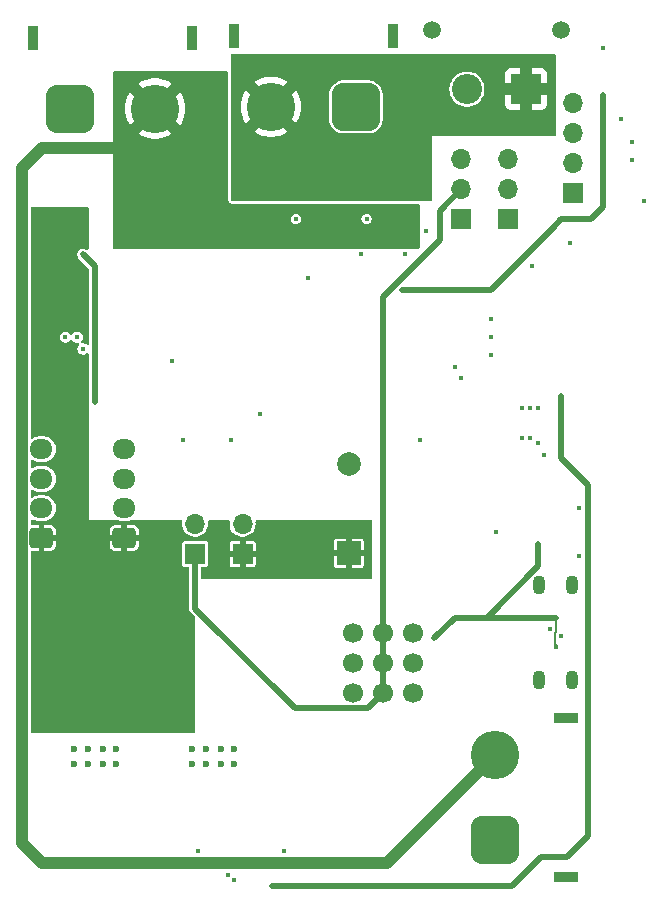
<source format=gbr>
%TF.GenerationSoftware,KiCad,Pcbnew,8.0.2-1*%
%TF.CreationDate,2024-11-11T16:17:41-08:00*%
%TF.ProjectId,Main_Board_V2,4d61696e-5f42-46f6-9172-645f56322e6b,rev?*%
%TF.SameCoordinates,Original*%
%TF.FileFunction,Copper,L3,Inr*%
%TF.FilePolarity,Positive*%
%FSLAX46Y46*%
G04 Gerber Fmt 4.6, Leading zero omitted, Abs format (unit mm)*
G04 Created by KiCad (PCBNEW 8.0.2-1) date 2024-11-11 16:17:41*
%MOMM*%
%LPD*%
G01*
G04 APERTURE LIST*
G04 Aperture macros list*
%AMRoundRect*
0 Rectangle with rounded corners*
0 $1 Rounding radius*
0 $2 $3 $4 $5 $6 $7 $8 $9 X,Y pos of 4 corners*
0 Add a 4 corners polygon primitive as box body*
4,1,4,$2,$3,$4,$5,$6,$7,$8,$9,$2,$3,0*
0 Add four circle primitives for the rounded corners*
1,1,$1+$1,$2,$3*
1,1,$1+$1,$4,$5*
1,1,$1+$1,$6,$7*
1,1,$1+$1,$8,$9*
0 Add four rect primitives between the rounded corners*
20,1,$1+$1,$2,$3,$4,$5,0*
20,1,$1+$1,$4,$5,$6,$7,0*
20,1,$1+$1,$6,$7,$8,$9,0*
20,1,$1+$1,$8,$9,$2,$3,0*%
G04 Aperture macros list end*
%TA.AperFunction,ComponentPad*%
%ADD10R,2.000000X2.000000*%
%TD*%
%TA.AperFunction,ComponentPad*%
%ADD11C,2.000000*%
%TD*%
%TA.AperFunction,ComponentPad*%
%ADD12C,1.508000*%
%TD*%
%TA.AperFunction,ComponentPad*%
%ADD13R,2.550000X2.550000*%
%TD*%
%TA.AperFunction,ComponentPad*%
%ADD14C,2.550000*%
%TD*%
%TA.AperFunction,ComponentPad*%
%ADD15C,1.700000*%
%TD*%
%TA.AperFunction,ComponentPad*%
%ADD16R,0.900000X2.000000*%
%TD*%
%TA.AperFunction,ComponentPad*%
%ADD17RoundRect,1.025000X-1.025000X-1.025000X1.025000X-1.025000X1.025000X1.025000X-1.025000X1.025000X0*%
%TD*%
%TA.AperFunction,ComponentPad*%
%ADD18C,4.100000*%
%TD*%
%TA.AperFunction,ComponentPad*%
%ADD19O,1.100000X1.600000*%
%TD*%
%TA.AperFunction,ComponentPad*%
%ADD20R,1.700000X1.700000*%
%TD*%
%TA.AperFunction,ComponentPad*%
%ADD21O,1.700000X1.700000*%
%TD*%
%TA.AperFunction,ComponentPad*%
%ADD22R,2.000000X0.900000*%
%TD*%
%TA.AperFunction,ComponentPad*%
%ADD23RoundRect,1.025000X-1.025000X1.025000X-1.025000X-1.025000X1.025000X-1.025000X1.025000X1.025000X0*%
%TD*%
%TA.AperFunction,ComponentPad*%
%ADD24C,0.600000*%
%TD*%
%TA.AperFunction,ComponentPad*%
%ADD25RoundRect,0.250000X0.725000X-0.600000X0.725000X0.600000X-0.725000X0.600000X-0.725000X-0.600000X0*%
%TD*%
%TA.AperFunction,ComponentPad*%
%ADD26O,1.950000X1.700000*%
%TD*%
%TA.AperFunction,ViaPad*%
%ADD27C,0.450000*%
%TD*%
%TA.AperFunction,Conductor*%
%ADD28C,0.500000*%
%TD*%
%TA.AperFunction,Conductor*%
%ADD29C,0.200000*%
%TD*%
%TA.AperFunction,Conductor*%
%ADD30C,1.000000*%
%TD*%
G04 APERTURE END LIST*
D10*
%TO.N,+17V_SW*%
%TO.C,BZ3*%
X129000000Y-95800000D03*
D11*
%TO.N,unconnected-(Q8-D-Pad3)*%
X129000000Y-88200000D03*
%TD*%
D12*
%TO.N,*%
%TO.C,J1*%
X136000000Y-51500000D03*
X147000000Y-51500000D03*
D13*
%TO.N,+17V_SW*%
X144000000Y-56500000D03*
D14*
%TO.N,GND*%
X139000000Y-56500000D03*
%TD*%
D15*
%TO.N,GND*%
%TO.C,U10*%
X134420000Y-102519492D03*
X134420000Y-105059492D03*
X134420000Y-107599492D03*
%TO.N,+6V*%
X131880000Y-102519492D03*
X131880000Y-105059492D03*
X131880000Y-107599492D03*
%TO.N,unconnected-(U10-CH1-Pad7)*%
X129340000Y-102519492D03*
%TO.N,/Drive System/STEERING_RECEIVER*%
X129340000Y-105059492D03*
%TO.N,/Drive System/THROTTLE_RECEIVER*%
X129340000Y-107599492D03*
%TD*%
D16*
%TO.N,*%
%TO.C,J4*%
X102250000Y-52150000D03*
X115750000Y-52150000D03*
D17*
%TO.N,GND*%
X105400000Y-58150000D03*
D18*
%TO.N,+17V*%
X112600000Y-58150000D03*
%TD*%
D19*
%TO.N,GND*%
%TO.C,J13*%
X145070000Y-106500000D03*
X145070000Y-98500000D03*
X147930000Y-106500000D03*
X147930000Y-98500000D03*
%TD*%
D16*
%TO.N,*%
%TO.C,J8*%
X119250000Y-52000000D03*
X132750000Y-52000000D03*
D17*
%TO.N,GND*%
X129600000Y-58000000D03*
D18*
%TO.N,+17V_SW*%
X122400000Y-58000000D03*
%TD*%
D20*
%TO.N,/PWR & USB/ON*%
%TO.C,J5*%
X148000000Y-65300000D03*
D21*
%TO.N,GND*%
X148000000Y-62760000D03*
%TO.N,/ESP32/PWRBUT*%
X148000000Y-60220000D03*
%TO.N,GND*%
X148000000Y-57680000D03*
%TD*%
D22*
%TO.N,*%
%TO.C,J6*%
X147350000Y-109750000D03*
X147350000Y-123250000D03*
D23*
%TO.N,GND*%
X141350000Y-120100000D03*
D18*
%TO.N,+17V*%
X141350000Y-112900000D03*
%TD*%
D20*
%TO.N,+17V_SW*%
%TO.C,M2*%
X120000000Y-95837500D03*
D21*
%TO.N,Net-(M2--)*%
X120000000Y-93297500D03*
%TD*%
D20*
%TO.N,/Drive System/THROTTLE_RECEIVER*%
%TO.C,J7*%
X138500000Y-67540000D03*
D21*
%TO.N,+6V*%
X138500000Y-65000000D03*
%TO.N,GND*%
X138500000Y-62460000D03*
%TD*%
D20*
%TO.N,/Drive System/STEERING_RECEIVER*%
%TO.C,J2*%
X142500000Y-67540000D03*
D21*
%TO.N,unconnected-(J2-Pin_2-Pad2)*%
X142500000Y-65000000D03*
%TO.N,GND*%
X142500000Y-62460000D03*
%TD*%
D24*
%TO.N,GND*%
%TO.C,U8*%
X115700000Y-113600000D03*
X116900000Y-113600000D03*
X118200000Y-113600000D03*
X119300000Y-113600000D03*
X115700000Y-112400000D03*
X116900000Y-112400000D03*
X118200000Y-112400000D03*
X119300000Y-112400000D03*
%TD*%
D25*
%TO.N,+17V_SW*%
%TO.C,J3*%
X102975000Y-94500000D03*
D26*
%TO.N,Net-(J3-Pin_2)*%
X102975000Y-92000000D03*
%TO.N,/ESP32/LED_SIG_FRONT*%
X102975000Y-89500000D03*
%TO.N,GND*%
X102975000Y-87000000D03*
%TD*%
D24*
%TO.N,GND*%
%TO.C,U7*%
X105700000Y-113600000D03*
X106900000Y-113600000D03*
X108200000Y-113600000D03*
X109300000Y-113600000D03*
X105700000Y-112400000D03*
X106900000Y-112400000D03*
X108200000Y-112400000D03*
X109300000Y-112400000D03*
%TD*%
D25*
%TO.N,+17V_SW*%
%TO.C,J12*%
X109975000Y-94500000D03*
D26*
%TO.N,Net-(J12-Pin_2)*%
X109975000Y-92000000D03*
%TO.N,/ESP32/LED_SIG_REAR*%
X109975000Y-89500000D03*
%TO.N,GND*%
X109975000Y-87000000D03*
%TD*%
D20*
%TO.N,+6V*%
%TO.C,M3*%
X116000000Y-95837500D03*
D21*
%TO.N,Net-(M3--)*%
X116000000Y-93297500D03*
%TD*%
D27*
%TO.N,/PWR & USB/ON*%
X135500000Y-68500000D03*
X130000000Y-70500000D03*
X130500000Y-67500000D03*
X124500000Y-67500000D03*
%TO.N,/Drive System/STEERING_RECEIVER*%
X138500000Y-81000000D03*
%TO.N,GND*%
X106500000Y-78500000D03*
X141000000Y-76000000D03*
X105000000Y-77500000D03*
X118750000Y-123000000D03*
X147750000Y-69500000D03*
X133750000Y-70500000D03*
X141000000Y-79000000D03*
X154000000Y-66000000D03*
X148500000Y-96000000D03*
X135000000Y-86250000D03*
X141000000Y-77500000D03*
X119000000Y-86250000D03*
X115000000Y-86250000D03*
X150500000Y-53000000D03*
X141500000Y-94000000D03*
X152000000Y-59000000D03*
X114000000Y-79500000D03*
X125500000Y-72500000D03*
X119250000Y-123500000D03*
X148500000Y-92000000D03*
X121500000Y-84000000D03*
X145525000Y-87490000D03*
X106000000Y-77500000D03*
%TO.N,+3V3*%
X150500000Y-57000000D03*
X122500000Y-124000000D03*
X147000000Y-86500000D03*
X147000000Y-67500000D03*
X133500000Y-73500000D03*
X146925000Y-82500000D03*
%TO.N,+5V*%
X146500000Y-101250000D03*
X106500000Y-70500000D03*
X146500000Y-103750000D03*
X136250000Y-103000000D03*
X145000000Y-95000000D03*
X107500000Y-83000000D03*
%TO.N,+17V*%
X115000000Y-63000000D03*
X112000000Y-67500000D03*
X110500000Y-69000000D03*
X112000000Y-66000000D03*
X115000000Y-69000000D03*
X112000000Y-64500000D03*
X118000000Y-67500000D03*
X113500000Y-67500000D03*
X116500000Y-69000000D03*
X116500000Y-64500000D03*
X110500000Y-67500000D03*
X115000000Y-67500000D03*
X113500000Y-66000000D03*
X121000000Y-69000000D03*
X129500000Y-69000000D03*
X133000000Y-69000000D03*
X115000000Y-64500000D03*
X118000000Y-63000000D03*
X110500000Y-63000000D03*
X116500000Y-67500000D03*
X128500000Y-69000000D03*
X115000000Y-66000000D03*
X127000000Y-69000000D03*
X118000000Y-66000000D03*
X125500000Y-69000000D03*
X113500000Y-69000000D03*
X119500000Y-69000000D03*
X113500000Y-63000000D03*
X124000000Y-69000000D03*
X116500000Y-63000000D03*
X131500000Y-69000000D03*
X110500000Y-66000000D03*
X112000000Y-69000000D03*
X118000000Y-69000000D03*
X118000000Y-64500000D03*
X122500000Y-69000000D03*
X116500000Y-66000000D03*
X112000000Y-63000000D03*
X113500000Y-64500000D03*
%TO.N,/Drive System/THROTTLE_RECEIVER*%
X137969668Y-80030332D03*
%TO.N,/ESP32/DN*%
X144350000Y-86000000D03*
X146000000Y-102225000D03*
X144349996Y-83496852D03*
X146997102Y-102775000D03*
%TO.N,/ESP32/DP*%
X143650000Y-86000000D03*
X143700001Y-83500000D03*
%TO.N,/ESP32/PWRBUT*%
X144500000Y-71500000D03*
%TO.N,+17V_SW*%
X135000000Y-64500000D03*
X126000000Y-64500000D03*
X135000000Y-62500000D03*
X126000000Y-63500000D03*
X127500000Y-65500000D03*
X105000000Y-109000000D03*
X104000000Y-69000000D03*
X126000000Y-65500000D03*
X113500000Y-109000000D03*
X105500000Y-69000000D03*
X127500000Y-63500000D03*
X129000000Y-63500000D03*
X133500000Y-64500000D03*
X133500000Y-63500000D03*
X121500000Y-62500000D03*
X135000000Y-65500000D03*
X127500000Y-62500000D03*
X132000000Y-62500000D03*
X127500000Y-64500000D03*
X104000000Y-68000000D03*
X132000000Y-64500000D03*
X105500000Y-108000000D03*
X123000000Y-64500000D03*
X135000000Y-63500000D03*
X102500000Y-68000000D03*
X115000000Y-109000000D03*
X115500000Y-108000000D03*
X133500000Y-65500000D03*
X129000000Y-65500000D03*
X121500000Y-64500000D03*
X103500000Y-109000000D03*
X123000000Y-62500000D03*
X129000000Y-64500000D03*
X105500000Y-68000000D03*
X132000000Y-65500000D03*
X132000000Y-63500000D03*
X123000000Y-65500000D03*
X102500000Y-67000000D03*
X120000000Y-64500000D03*
X121500000Y-65500000D03*
X120000000Y-62500000D03*
X102500000Y-69000000D03*
X126000000Y-62500000D03*
X104000000Y-67000000D03*
X123000000Y-63500000D03*
X120000000Y-63500000D03*
X121500000Y-63500000D03*
X133500000Y-62500000D03*
X120000000Y-65500000D03*
X129000000Y-62500000D03*
%TO.N,/ESP32/ADXL_SCL*%
X123500000Y-121000000D03*
X116250000Y-120990000D03*
%TO.N,/ESP32/ONBOARD_LED_SIG*%
X153000000Y-62500000D03*
X153000000Y-61000000D03*
%TO.N,Net-(U1-IO0{slash}BOOT)*%
X144999991Y-83500126D03*
X144975000Y-86500000D03*
%TD*%
D28*
%TO.N,+3V3*%
X142800000Y-124000000D02*
X145300000Y-121500000D01*
X150500000Y-66500000D02*
X149500000Y-67500000D01*
X146990000Y-86490000D02*
X146990000Y-86350000D01*
X146925000Y-86285000D02*
X146925000Y-82500000D01*
X149250000Y-119750000D02*
X149250000Y-90000000D01*
X149250000Y-90000000D02*
X146990000Y-87740000D01*
X147000000Y-67500000D02*
X146270000Y-68230000D01*
X133500000Y-73500000D02*
X141020000Y-73500000D01*
X141020000Y-73500000D02*
X146270000Y-68250000D01*
X122500000Y-124000000D02*
X142800000Y-124000000D01*
X146990000Y-87740000D02*
X146990000Y-86510000D01*
X147500000Y-121500000D02*
X149250000Y-119750000D01*
X150500000Y-57000000D02*
X150500000Y-66500000D01*
X146990000Y-86350000D02*
X146925000Y-86285000D01*
X146990000Y-86510000D02*
X147000000Y-86500000D01*
X145300000Y-121500000D02*
X147500000Y-121500000D01*
X149500000Y-67500000D02*
X147000000Y-67500000D01*
X146270000Y-68230000D02*
X146270000Y-68250000D01*
X147000000Y-86500000D02*
X146990000Y-86490000D01*
%TO.N,+5V*%
X140550000Y-101250000D02*
X140655786Y-101250000D01*
D29*
X146472102Y-102527898D02*
X146525000Y-102475000D01*
X146472102Y-103472102D02*
X146472102Y-102527898D01*
D28*
X145000000Y-96905786D02*
X145000000Y-95000000D01*
X107500000Y-74000000D02*
X107500000Y-71500000D01*
X140655786Y-101250000D02*
X145000000Y-96905786D01*
X107500000Y-74000000D02*
X107500000Y-83000000D01*
D29*
X146525000Y-101275000D02*
X146500000Y-101250000D01*
D28*
X141000000Y-101250000D02*
X140550000Y-101250000D01*
X136250000Y-103000000D02*
X138000000Y-101250000D01*
X107500000Y-71500000D02*
X106500000Y-70500000D01*
X146500000Y-101250000D02*
X141000000Y-101250000D01*
X138000000Y-101250000D02*
X140550000Y-101250000D01*
D29*
X146500000Y-103750000D02*
X146500000Y-103500000D01*
X146525000Y-102475000D02*
X146525000Y-101275000D01*
X146500000Y-103500000D02*
X146472102Y-103472102D01*
D30*
%TO.N,+17V*%
X109250000Y-61500000D02*
X112600000Y-58150000D01*
X103000000Y-122000000D02*
X101300000Y-120300000D01*
X101300000Y-120300000D02*
X101300000Y-63200000D01*
X132250000Y-122000000D02*
X103000000Y-122000000D01*
X141350000Y-112900000D02*
X132250000Y-122000000D01*
X103000000Y-61500000D02*
X109250000Y-61500000D01*
X101300000Y-63200000D02*
X103000000Y-61500000D01*
D28*
%TO.N,+6V*%
X124399492Y-108899492D02*
X130580000Y-108899492D01*
X131880000Y-74120000D02*
X136700000Y-69300000D01*
X116000000Y-95837500D02*
X116000000Y-100500000D01*
X136700000Y-69300000D02*
X136700000Y-66800000D01*
X116000000Y-100500000D02*
X124399492Y-108899492D01*
X130580000Y-108899492D02*
X131880000Y-107599492D01*
X131880000Y-107599492D02*
X131880000Y-102519492D01*
X136700000Y-66800000D02*
X138500000Y-65000000D01*
X131880000Y-102519492D02*
X131880000Y-74120000D01*
%TD*%
%TA.AperFunction,Conductor*%
%TO.N,+17V*%
G36*
X118737539Y-55019685D02*
G01*
X118783294Y-55072489D01*
X118794500Y-55124000D01*
X118794500Y-65876007D01*
X118799197Y-65919686D01*
X118810397Y-65971174D01*
X118812890Y-65981372D01*
X118812891Y-65981375D01*
X118855899Y-66062083D01*
X118855901Y-66062086D01*
X118901660Y-66114895D01*
X118919242Y-66132839D01*
X118919246Y-66132843D01*
X118919247Y-66132844D01*
X118919249Y-66132845D01*
X118973559Y-66163224D01*
X118999063Y-66177490D01*
X119066102Y-66197175D01*
X119124000Y-66205500D01*
X119124004Y-66205500D01*
X134876000Y-66205500D01*
X134943039Y-66225185D01*
X134988794Y-66277989D01*
X135000000Y-66329500D01*
X135000000Y-69876000D01*
X134980315Y-69943039D01*
X134927511Y-69988794D01*
X134876000Y-70000000D01*
X109124000Y-70000000D01*
X109056961Y-69980315D01*
X109011206Y-69927511D01*
X109000000Y-69876000D01*
X109000000Y-67499997D01*
X124069196Y-67499997D01*
X124069196Y-67500002D01*
X124090279Y-67633121D01*
X124090280Y-67633124D01*
X124090281Y-67633126D01*
X124151472Y-67753220D01*
X124151473Y-67753221D01*
X124151476Y-67753225D01*
X124246774Y-67848523D01*
X124246778Y-67848526D01*
X124246780Y-67848528D01*
X124366874Y-67909719D01*
X124366876Y-67909719D01*
X124366878Y-67909720D01*
X124499998Y-67930804D01*
X124500000Y-67930804D01*
X124500002Y-67930804D01*
X124633121Y-67909720D01*
X124633121Y-67909719D01*
X124633126Y-67909719D01*
X124753220Y-67848528D01*
X124848528Y-67753220D01*
X124909719Y-67633126D01*
X124930804Y-67500000D01*
X124930804Y-67499997D01*
X130069196Y-67499997D01*
X130069196Y-67500002D01*
X130090279Y-67633121D01*
X130090280Y-67633124D01*
X130090281Y-67633126D01*
X130151472Y-67753220D01*
X130151473Y-67753221D01*
X130151476Y-67753225D01*
X130246774Y-67848523D01*
X130246778Y-67848526D01*
X130246780Y-67848528D01*
X130366874Y-67909719D01*
X130366876Y-67909719D01*
X130366878Y-67909720D01*
X130499998Y-67930804D01*
X130500000Y-67930804D01*
X130500002Y-67930804D01*
X130633121Y-67909720D01*
X130633121Y-67909719D01*
X130633126Y-67909719D01*
X130753220Y-67848528D01*
X130848528Y-67753220D01*
X130909719Y-67633126D01*
X130930804Y-67500000D01*
X130909719Y-67366874D01*
X130848528Y-67246780D01*
X130848526Y-67246778D01*
X130848523Y-67246774D01*
X130753225Y-67151476D01*
X130753221Y-67151473D01*
X130753220Y-67151472D01*
X130633126Y-67090281D01*
X130633124Y-67090280D01*
X130633121Y-67090279D01*
X130500002Y-67069196D01*
X130499998Y-67069196D01*
X130366878Y-67090279D01*
X130246778Y-67151473D01*
X130246774Y-67151476D01*
X130151476Y-67246774D01*
X130151473Y-67246778D01*
X130090279Y-67366878D01*
X130069196Y-67499997D01*
X124930804Y-67499997D01*
X124909719Y-67366874D01*
X124848528Y-67246780D01*
X124848526Y-67246778D01*
X124848523Y-67246774D01*
X124753225Y-67151476D01*
X124753221Y-67151473D01*
X124753220Y-67151472D01*
X124633126Y-67090281D01*
X124633124Y-67090280D01*
X124633121Y-67090279D01*
X124500002Y-67069196D01*
X124499998Y-67069196D01*
X124366878Y-67090279D01*
X124246778Y-67151473D01*
X124246774Y-67151476D01*
X124151476Y-67246774D01*
X124151473Y-67246778D01*
X124090279Y-67366878D01*
X124069196Y-67499997D01*
X109000000Y-67499997D01*
X109000000Y-58149994D01*
X110044958Y-58149994D01*
X110044958Y-58150005D01*
X110065103Y-58470221D01*
X110065104Y-58470228D01*
X110125230Y-58785417D01*
X110224382Y-59090575D01*
X110224384Y-59090580D01*
X110360998Y-59380897D01*
X110361003Y-59380907D01*
X110477855Y-59565035D01*
X110477856Y-59565036D01*
X111357603Y-58685289D01*
X111445377Y-58857554D01*
X111570278Y-59029466D01*
X111720534Y-59179722D01*
X111892446Y-59304623D01*
X112064709Y-59392396D01*
X111183951Y-60273153D01*
X111183952Y-60273154D01*
X111230933Y-60307288D01*
X111230952Y-60307300D01*
X111512116Y-60461871D01*
X111512124Y-60461875D01*
X111810444Y-60579987D01*
X112121233Y-60659784D01*
X112121242Y-60659786D01*
X112439556Y-60699999D01*
X112439570Y-60700000D01*
X112760430Y-60700000D01*
X112760443Y-60699999D01*
X113078757Y-60659786D01*
X113078766Y-60659784D01*
X113389555Y-60579987D01*
X113687875Y-60461875D01*
X113687876Y-60461874D01*
X113969060Y-60307291D01*
X113969066Y-60307288D01*
X114016046Y-60273154D01*
X114016046Y-60273153D01*
X113135289Y-59392396D01*
X113307554Y-59304623D01*
X113479466Y-59179722D01*
X113629722Y-59029466D01*
X113754623Y-58857554D01*
X113842396Y-58685289D01*
X114722142Y-59565036D01*
X114722143Y-59565035D01*
X114838994Y-59380909D01*
X114839005Y-59380890D01*
X114975615Y-59090580D01*
X114975617Y-59090575D01*
X115074769Y-58785417D01*
X115134895Y-58470228D01*
X115134896Y-58470221D01*
X115155042Y-58150005D01*
X115155042Y-58149994D01*
X115134896Y-57829778D01*
X115134895Y-57829771D01*
X115074769Y-57514582D01*
X114975617Y-57209424D01*
X114975615Y-57209419D01*
X114839001Y-56919101D01*
X114838993Y-56919086D01*
X114722143Y-56734963D01*
X113842396Y-57614709D01*
X113754623Y-57442446D01*
X113629722Y-57270534D01*
X113479466Y-57120278D01*
X113307554Y-56995377D01*
X113135289Y-56907603D01*
X114016047Y-56026845D01*
X114016046Y-56026843D01*
X113969071Y-55992714D01*
X113969053Y-55992702D01*
X113687883Y-55838128D01*
X113687875Y-55838124D01*
X113389555Y-55720012D01*
X113078766Y-55640215D01*
X113078757Y-55640213D01*
X112760443Y-55600000D01*
X112439556Y-55600000D01*
X112121242Y-55640213D01*
X112121233Y-55640215D01*
X111810444Y-55720012D01*
X111512124Y-55838124D01*
X111512116Y-55838128D01*
X111230943Y-55992704D01*
X111230941Y-55992706D01*
X111183952Y-56026844D01*
X111183952Y-56026845D01*
X112064710Y-56907603D01*
X111892446Y-56995377D01*
X111720534Y-57120278D01*
X111570278Y-57270534D01*
X111445377Y-57442446D01*
X111357603Y-57614710D01*
X110477855Y-56734962D01*
X110361001Y-56919096D01*
X110360998Y-56919102D01*
X110224384Y-57209419D01*
X110224382Y-57209424D01*
X110125230Y-57514582D01*
X110065104Y-57829771D01*
X110065103Y-57829778D01*
X110044958Y-58149994D01*
X109000000Y-58149994D01*
X109000000Y-55124000D01*
X109019685Y-55056961D01*
X109072489Y-55011206D01*
X109124000Y-55000000D01*
X118670500Y-55000000D01*
X118737539Y-55019685D01*
G37*
%TD.AperFunction*%
%TD*%
%TA.AperFunction,Conductor*%
%TO.N,+17V_SW*%
G36*
X146443039Y-53519685D02*
G01*
X146488794Y-53572489D01*
X146500000Y-53624000D01*
X146500000Y-60376000D01*
X146480315Y-60443039D01*
X146427511Y-60488794D01*
X146376000Y-60500000D01*
X136000000Y-60500000D01*
X136000000Y-65876000D01*
X135980315Y-65943039D01*
X135927511Y-65988794D01*
X135876000Y-66000000D01*
X119124000Y-66000000D01*
X119056961Y-65980315D01*
X119011206Y-65927511D01*
X119000000Y-65876000D01*
X119000000Y-57999994D01*
X119844958Y-57999994D01*
X119844958Y-58000005D01*
X119865103Y-58320221D01*
X119865104Y-58320228D01*
X119925230Y-58635417D01*
X120024382Y-58940575D01*
X120024384Y-58940580D01*
X120160998Y-59230897D01*
X120161003Y-59230907D01*
X120277855Y-59415035D01*
X120277856Y-59415036D01*
X121157603Y-58535289D01*
X121245377Y-58707554D01*
X121370278Y-58879466D01*
X121520534Y-59029722D01*
X121692446Y-59154623D01*
X121864709Y-59242396D01*
X120983951Y-60123153D01*
X120983952Y-60123154D01*
X121030933Y-60157288D01*
X121030952Y-60157300D01*
X121312116Y-60311871D01*
X121312124Y-60311875D01*
X121610444Y-60429987D01*
X121921233Y-60509784D01*
X121921242Y-60509786D01*
X122239556Y-60549999D01*
X122239570Y-60550000D01*
X122560430Y-60550000D01*
X122560443Y-60549999D01*
X122878757Y-60509786D01*
X122878766Y-60509784D01*
X123189555Y-60429987D01*
X123487875Y-60311875D01*
X123487876Y-60311874D01*
X123769060Y-60157291D01*
X123769066Y-60157288D01*
X123816046Y-60123154D01*
X123816046Y-60123153D01*
X122935289Y-59242396D01*
X123107554Y-59154623D01*
X123279466Y-59029722D01*
X123429722Y-58879466D01*
X123554623Y-58707554D01*
X123642396Y-58535289D01*
X124522143Y-59415036D01*
X124522143Y-59415035D01*
X124638994Y-59230909D01*
X124639005Y-59230890D01*
X124775615Y-58940580D01*
X124775617Y-58940575D01*
X124874769Y-58635417D01*
X124934895Y-58320228D01*
X124934896Y-58320221D01*
X124955042Y-58000005D01*
X124955042Y-57999994D01*
X124934896Y-57679778D01*
X124934895Y-57679771D01*
X124874769Y-57364582D01*
X124775617Y-57059424D01*
X124775615Y-57059419D01*
X124706273Y-56912061D01*
X127349500Y-56912061D01*
X127349500Y-59087924D01*
X127349501Y-59087939D01*
X127359696Y-59217484D01*
X127413596Y-59431395D01*
X127504826Y-59632243D01*
X127630449Y-59813568D01*
X127786431Y-59969550D01*
X127967756Y-60095173D01*
X127967757Y-60095173D01*
X127967761Y-60095176D01*
X128101875Y-60156093D01*
X128168604Y-60186403D01*
X128168605Y-60186403D01*
X128168607Y-60186404D01*
X128382515Y-60240304D01*
X128512067Y-60250500D01*
X130687932Y-60250499D01*
X130817485Y-60240304D01*
X131031393Y-60186404D01*
X131232239Y-60095176D01*
X131413567Y-59969551D01*
X131569551Y-59813567D01*
X131695176Y-59632239D01*
X131786404Y-59431393D01*
X131840304Y-59217485D01*
X131850500Y-59087933D01*
X131850499Y-56912068D01*
X131840304Y-56782515D01*
X131786404Y-56568607D01*
X131755239Y-56499994D01*
X137519443Y-56499994D01*
X137519443Y-56500005D01*
X137539634Y-56743683D01*
X137539636Y-56743695D01*
X137599663Y-56980734D01*
X137697888Y-57204666D01*
X137831632Y-57409378D01*
X137997242Y-57589277D01*
X137997252Y-57589286D01*
X138190208Y-57739470D01*
X138190212Y-57739473D01*
X138405267Y-57855855D01*
X138405270Y-57855856D01*
X138636541Y-57935251D01*
X138636543Y-57935251D01*
X138636545Y-57935252D01*
X138877737Y-57975500D01*
X138877738Y-57975500D01*
X139122262Y-57975500D01*
X139122263Y-57975500D01*
X139363455Y-57935252D01*
X139594733Y-57855855D01*
X139809788Y-57739473D01*
X140002754Y-57589281D01*
X140168368Y-57409377D01*
X140302111Y-57204667D01*
X140400336Y-56980736D01*
X140460364Y-56743692D01*
X140474872Y-56568607D01*
X140480557Y-56500005D01*
X140480557Y-56499994D01*
X140460365Y-56256316D01*
X140460363Y-56256304D01*
X140400336Y-56019265D01*
X140373531Y-55958156D01*
X140302111Y-55795333D01*
X140168368Y-55590623D01*
X140168367Y-55590621D01*
X140002757Y-55410722D01*
X140002747Y-55410713D01*
X139809791Y-55260529D01*
X139809787Y-55260526D01*
X139655731Y-55177155D01*
X142225000Y-55177155D01*
X142225000Y-56000000D01*
X143311803Y-56000000D01*
X143246740Y-56097374D01*
X143182665Y-56252064D01*
X143150000Y-56416282D01*
X143150000Y-56583718D01*
X143182665Y-56747936D01*
X143246740Y-56902626D01*
X143311803Y-57000000D01*
X142225000Y-57000000D01*
X142225000Y-57822844D01*
X142231401Y-57882372D01*
X142231403Y-57882379D01*
X142281645Y-58017086D01*
X142281649Y-58017093D01*
X142367809Y-58132187D01*
X142367812Y-58132190D01*
X142482906Y-58218350D01*
X142482913Y-58218354D01*
X142617620Y-58268596D01*
X142617627Y-58268598D01*
X142677155Y-58274999D01*
X142677172Y-58275000D01*
X143500000Y-58275000D01*
X143500000Y-57188197D01*
X143597374Y-57253260D01*
X143752064Y-57317335D01*
X143916282Y-57350000D01*
X144083718Y-57350000D01*
X144247936Y-57317335D01*
X144402626Y-57253260D01*
X144500000Y-57188197D01*
X144500000Y-58275000D01*
X145322828Y-58275000D01*
X145322844Y-58274999D01*
X145382372Y-58268598D01*
X145382379Y-58268596D01*
X145517086Y-58218354D01*
X145517093Y-58218350D01*
X145632187Y-58132190D01*
X145632190Y-58132187D01*
X145718350Y-58017093D01*
X145718354Y-58017086D01*
X145768596Y-57882379D01*
X145768598Y-57882372D01*
X145774999Y-57822844D01*
X145775000Y-57822827D01*
X145775000Y-57000000D01*
X144688197Y-57000000D01*
X144753260Y-56902626D01*
X144817335Y-56747936D01*
X144850000Y-56583718D01*
X144850000Y-56416282D01*
X144817335Y-56252064D01*
X144753260Y-56097374D01*
X144688197Y-56000000D01*
X145775000Y-56000000D01*
X145775000Y-55177172D01*
X145774999Y-55177155D01*
X145768598Y-55117627D01*
X145768596Y-55117620D01*
X145718354Y-54982913D01*
X145718350Y-54982906D01*
X145632190Y-54867812D01*
X145632187Y-54867809D01*
X145517093Y-54781649D01*
X145517086Y-54781645D01*
X145382379Y-54731403D01*
X145382372Y-54731401D01*
X145322844Y-54725000D01*
X144500000Y-54725000D01*
X144500000Y-55811802D01*
X144402626Y-55746740D01*
X144247936Y-55682665D01*
X144083718Y-55650000D01*
X143916282Y-55650000D01*
X143752064Y-55682665D01*
X143597374Y-55746740D01*
X143500000Y-55811802D01*
X143500000Y-54725000D01*
X142677155Y-54725000D01*
X142617627Y-54731401D01*
X142617620Y-54731403D01*
X142482913Y-54781645D01*
X142482906Y-54781649D01*
X142367812Y-54867809D01*
X142367809Y-54867812D01*
X142281649Y-54982906D01*
X142281645Y-54982913D01*
X142231403Y-55117620D01*
X142231401Y-55117627D01*
X142225000Y-55177155D01*
X139655731Y-55177155D01*
X139594734Y-55144145D01*
X139594729Y-55144143D01*
X139363458Y-55064748D01*
X139182561Y-55034562D01*
X139122263Y-55024500D01*
X138877737Y-55024500D01*
X138829498Y-55032549D01*
X138636541Y-55064748D01*
X138405270Y-55144143D01*
X138405265Y-55144145D01*
X138190212Y-55260526D01*
X138190208Y-55260529D01*
X137997252Y-55410713D01*
X137997242Y-55410722D01*
X137831632Y-55590621D01*
X137697888Y-55795333D01*
X137599663Y-56019265D01*
X137539636Y-56256304D01*
X137539634Y-56256316D01*
X137519443Y-56499994D01*
X131755239Y-56499994D01*
X131695176Y-56367761D01*
X131617966Y-56256316D01*
X131569550Y-56186431D01*
X131413568Y-56030449D01*
X131232243Y-55904826D01*
X131031395Y-55813596D01*
X130888787Y-55777662D01*
X130817485Y-55759696D01*
X130687933Y-55749500D01*
X130687931Y-55749500D01*
X128512075Y-55749500D01*
X128512060Y-55749501D01*
X128382515Y-55759696D01*
X128168604Y-55813596D01*
X127967756Y-55904826D01*
X127786431Y-56030449D01*
X127630449Y-56186431D01*
X127504826Y-56367756D01*
X127413596Y-56568604D01*
X127359696Y-56782515D01*
X127349500Y-56912061D01*
X124706273Y-56912061D01*
X124639001Y-56769101D01*
X124638993Y-56769086D01*
X124522143Y-56584963D01*
X123642396Y-57464709D01*
X123554623Y-57292446D01*
X123429722Y-57120534D01*
X123279466Y-56970278D01*
X123107554Y-56845377D01*
X122935289Y-56757603D01*
X123816047Y-55876845D01*
X123816046Y-55876843D01*
X123769071Y-55842714D01*
X123769053Y-55842702D01*
X123487883Y-55688128D01*
X123487875Y-55688124D01*
X123189555Y-55570012D01*
X122878766Y-55490215D01*
X122878757Y-55490213D01*
X122560443Y-55450000D01*
X122239556Y-55450000D01*
X121921242Y-55490213D01*
X121921233Y-55490215D01*
X121610444Y-55570012D01*
X121312124Y-55688124D01*
X121312116Y-55688128D01*
X121030943Y-55842704D01*
X121030941Y-55842706D01*
X120983952Y-55876844D01*
X120983952Y-55876845D01*
X121864710Y-56757603D01*
X121692446Y-56845377D01*
X121520534Y-56970278D01*
X121370278Y-57120534D01*
X121245377Y-57292446D01*
X121157603Y-57464710D01*
X120277855Y-56584962D01*
X120161001Y-56769096D01*
X120160998Y-56769102D01*
X120024384Y-57059419D01*
X120024382Y-57059424D01*
X119925230Y-57364582D01*
X119865104Y-57679771D01*
X119865103Y-57679778D01*
X119844958Y-57999994D01*
X119000000Y-57999994D01*
X119000000Y-53624000D01*
X119019685Y-53556961D01*
X119072489Y-53511206D01*
X119124000Y-53500000D01*
X146376000Y-53500000D01*
X146443039Y-53519685D01*
G37*
%TD.AperFunction*%
%TD*%
%TA.AperFunction,Conductor*%
%TO.N,+17V_SW*%
G36*
X106911446Y-66519685D02*
G01*
X106957201Y-66572489D01*
X106968407Y-66623852D01*
X106972426Y-69979905D01*
X106952822Y-70046967D01*
X106900073Y-70092786D01*
X106830926Y-70102812D01*
X106786426Y-70087440D01*
X106693189Y-70033609D01*
X106693186Y-70033608D01*
X106565892Y-69999500D01*
X106434108Y-69999500D01*
X106306812Y-70033608D01*
X106192686Y-70099500D01*
X106192683Y-70099502D01*
X106099502Y-70192683D01*
X106099500Y-70192686D01*
X106033608Y-70306812D01*
X105999500Y-70434108D01*
X105999500Y-70565891D01*
X106033608Y-70693187D01*
X106066554Y-70750250D01*
X106099500Y-70807314D01*
X106099502Y-70807316D01*
X106938208Y-71646022D01*
X106971693Y-71707345D01*
X106974527Y-71733554D01*
X106982054Y-78017330D01*
X106962450Y-78084393D01*
X106909701Y-78130212D01*
X106840554Y-78140238D01*
X106791016Y-78121795D01*
X106699559Y-78063021D01*
X106568368Y-78024500D01*
X106568367Y-78024500D01*
X106446218Y-78024500D01*
X106379179Y-78004815D01*
X106333424Y-77952011D01*
X106323480Y-77882853D01*
X106352505Y-77819298D01*
X106404127Y-77759722D01*
X106404128Y-77759720D01*
X106404130Y-77759718D01*
X106460931Y-77635342D01*
X106480390Y-77500000D01*
X106460931Y-77364658D01*
X106405267Y-77242771D01*
X106404132Y-77240285D01*
X106404127Y-77240278D01*
X106314590Y-77136946D01*
X106314586Y-77136942D01*
X106199559Y-77063021D01*
X106068368Y-77024500D01*
X106068367Y-77024500D01*
X105931633Y-77024500D01*
X105931632Y-77024500D01*
X105800440Y-77063021D01*
X105685413Y-77136942D01*
X105685413Y-77136943D01*
X105593713Y-77242771D01*
X105534935Y-77280545D01*
X105465065Y-77280545D01*
X105406287Y-77242771D01*
X105389025Y-77222850D01*
X105314589Y-77136945D01*
X105314586Y-77136943D01*
X105314586Y-77136942D01*
X105199559Y-77063021D01*
X105068368Y-77024500D01*
X105068367Y-77024500D01*
X104931633Y-77024500D01*
X104931632Y-77024500D01*
X104800440Y-77063021D01*
X104685413Y-77136942D01*
X104685409Y-77136946D01*
X104595872Y-77240278D01*
X104595867Y-77240285D01*
X104539070Y-77364654D01*
X104539068Y-77364662D01*
X104519610Y-77500000D01*
X104539068Y-77635337D01*
X104539070Y-77635345D01*
X104595867Y-77759714D01*
X104595872Y-77759721D01*
X104685409Y-77863053D01*
X104685413Y-77863057D01*
X104745979Y-77901979D01*
X104800439Y-77936978D01*
X104851637Y-77952011D01*
X104931632Y-77975500D01*
X104931633Y-77975500D01*
X105068367Y-77975500D01*
X105199561Y-77936978D01*
X105314589Y-77863055D01*
X105404127Y-77759722D01*
X105406287Y-77757229D01*
X105465065Y-77719454D01*
X105534934Y-77719454D01*
X105593713Y-77757228D01*
X105593713Y-77757229D01*
X105685409Y-77863053D01*
X105685413Y-77863057D01*
X105745979Y-77901979D01*
X105800439Y-77936978D01*
X105851637Y-77952011D01*
X105931632Y-77975500D01*
X106053782Y-77975500D01*
X106120821Y-77995185D01*
X106166576Y-78047989D01*
X106176520Y-78117147D01*
X106147495Y-78180702D01*
X106095872Y-78240277D01*
X106095867Y-78240285D01*
X106039070Y-78364654D01*
X106039068Y-78364662D01*
X106019610Y-78500000D01*
X106039068Y-78635337D01*
X106039070Y-78635345D01*
X106095867Y-78759714D01*
X106095872Y-78759721D01*
X106185409Y-78863053D01*
X106185413Y-78863057D01*
X106245979Y-78901979D01*
X106300439Y-78936978D01*
X106366036Y-78956239D01*
X106431632Y-78975500D01*
X106431633Y-78975500D01*
X106568367Y-78975500D01*
X106699561Y-78936978D01*
X106792171Y-78877461D01*
X106859210Y-78857778D01*
X106926249Y-78877463D01*
X106972004Y-78930267D01*
X106983209Y-78981629D01*
X106998111Y-91423211D01*
X107000000Y-93000000D01*
X103561449Y-93000000D01*
X103676786Y-92941233D01*
X103676785Y-92941233D01*
X103676788Y-92941232D01*
X103816928Y-92839414D01*
X103939414Y-92716928D01*
X104041232Y-92576788D01*
X104119873Y-92422445D01*
X104173402Y-92257701D01*
X104200500Y-92086611D01*
X104200500Y-91913389D01*
X104173402Y-91742299D01*
X104119873Y-91577555D01*
X104041232Y-91423212D01*
X103939414Y-91283072D01*
X103816928Y-91160586D01*
X103676788Y-91058768D01*
X103522445Y-90980127D01*
X103357701Y-90926598D01*
X103357699Y-90926597D01*
X103357698Y-90926597D01*
X103226271Y-90905781D01*
X103186611Y-90899500D01*
X102763389Y-90899500D01*
X102723728Y-90905781D01*
X102592302Y-90926597D01*
X102427552Y-90980128D01*
X102273208Y-91058769D01*
X102247384Y-91077532D01*
X102181577Y-91101011D01*
X102113523Y-91085185D01*
X102064829Y-91035078D01*
X102050500Y-90977213D01*
X102050500Y-90522786D01*
X102070185Y-90455747D01*
X102122989Y-90409992D01*
X102192147Y-90400048D01*
X102247385Y-90422467D01*
X102273212Y-90441232D01*
X102427555Y-90519873D01*
X102592299Y-90573402D01*
X102763389Y-90600500D01*
X102763390Y-90600500D01*
X103186610Y-90600500D01*
X103186611Y-90600500D01*
X103357701Y-90573402D01*
X103522445Y-90519873D01*
X103676788Y-90441232D01*
X103816928Y-90339414D01*
X103939414Y-90216928D01*
X104041232Y-90076788D01*
X104119873Y-89922445D01*
X104173402Y-89757701D01*
X104200500Y-89586611D01*
X104200500Y-89413389D01*
X104173402Y-89242299D01*
X104119873Y-89077555D01*
X104041232Y-88923212D01*
X103939414Y-88783072D01*
X103816928Y-88660586D01*
X103676788Y-88558768D01*
X103522445Y-88480127D01*
X103357701Y-88426598D01*
X103357699Y-88426597D01*
X103357698Y-88426597D01*
X103226271Y-88405781D01*
X103186611Y-88399500D01*
X102763389Y-88399500D01*
X102723728Y-88405781D01*
X102592302Y-88426597D01*
X102427552Y-88480128D01*
X102273208Y-88558769D01*
X102247384Y-88577532D01*
X102181577Y-88601011D01*
X102113523Y-88585185D01*
X102064829Y-88535078D01*
X102050500Y-88477213D01*
X102050500Y-88022786D01*
X102070185Y-87955747D01*
X102122989Y-87909992D01*
X102192147Y-87900048D01*
X102247385Y-87922467D01*
X102273212Y-87941232D01*
X102427555Y-88019873D01*
X102592299Y-88073402D01*
X102763389Y-88100500D01*
X102763390Y-88100500D01*
X103186610Y-88100500D01*
X103186611Y-88100500D01*
X103357701Y-88073402D01*
X103522445Y-88019873D01*
X103676788Y-87941232D01*
X103816928Y-87839414D01*
X103939414Y-87716928D01*
X104041232Y-87576788D01*
X104119873Y-87422445D01*
X104173402Y-87257701D01*
X104200500Y-87086611D01*
X104200500Y-86913389D01*
X104173402Y-86742299D01*
X104119873Y-86577555D01*
X104041232Y-86423212D01*
X103939414Y-86283072D01*
X103816928Y-86160586D01*
X103676788Y-86058768D01*
X103522445Y-85980127D01*
X103357701Y-85926598D01*
X103357699Y-85926597D01*
X103357698Y-85926597D01*
X103226271Y-85905781D01*
X103186611Y-85899500D01*
X102763389Y-85899500D01*
X102723728Y-85905781D01*
X102592302Y-85926597D01*
X102427552Y-85980128D01*
X102273208Y-86058769D01*
X102247384Y-86077532D01*
X102181577Y-86101011D01*
X102113523Y-86085185D01*
X102064829Y-86035078D01*
X102050500Y-85977213D01*
X102050500Y-66624000D01*
X102070185Y-66556961D01*
X102122989Y-66511206D01*
X102174500Y-66500000D01*
X106844407Y-66500000D01*
X106911446Y-66519685D01*
G37*
%TD.AperFunction*%
%TD*%
%TA.AperFunction,Conductor*%
%TO.N,+17V_SW*%
G36*
X102427555Y-93019873D02*
G01*
X102592299Y-93073402D01*
X102763389Y-93100500D01*
X102763390Y-93100500D01*
X103186610Y-93100500D01*
X103186611Y-93100500D01*
X103357701Y-93073402D01*
X103522445Y-93019873D01*
X103561448Y-93000000D01*
X107000000Y-93000000D01*
X107000001Y-93000000D01*
X109358782Y-93000000D01*
X109415078Y-93013516D01*
X109427550Y-93019871D01*
X109427552Y-93019871D01*
X109427555Y-93019873D01*
X109592299Y-93073402D01*
X109763389Y-93100500D01*
X109763390Y-93100500D01*
X110186610Y-93100500D01*
X110186611Y-93100500D01*
X110357701Y-93073402D01*
X110522445Y-93019873D01*
X110529183Y-93016440D01*
X110534922Y-93013516D01*
X110591218Y-93000000D01*
X114786331Y-93000000D01*
X114853370Y-93019685D01*
X114899125Y-93072489D01*
X114909802Y-93135441D01*
X114894785Y-93297499D01*
X114894785Y-93297500D01*
X114913602Y-93500582D01*
X114969417Y-93696747D01*
X114969422Y-93696760D01*
X115060327Y-93879321D01*
X115183237Y-94042081D01*
X115333958Y-94179480D01*
X115333960Y-94179482D01*
X115433141Y-94240892D01*
X115507363Y-94286848D01*
X115697544Y-94360524D01*
X115898024Y-94398000D01*
X115898026Y-94398000D01*
X116101974Y-94398000D01*
X116101976Y-94398000D01*
X116302456Y-94360524D01*
X116492637Y-94286848D01*
X116666041Y-94179481D01*
X116816764Y-94042079D01*
X116939673Y-93879321D01*
X117030582Y-93696750D01*
X117086397Y-93500583D01*
X117105215Y-93297500D01*
X117090198Y-93135439D01*
X117103613Y-93066872D01*
X117151970Y-93016440D01*
X117213669Y-93000000D01*
X118786331Y-93000000D01*
X118853370Y-93019685D01*
X118899125Y-93072489D01*
X118909802Y-93135441D01*
X118894785Y-93297499D01*
X118894785Y-93297500D01*
X118913602Y-93500582D01*
X118969417Y-93696747D01*
X118969422Y-93696760D01*
X119060327Y-93879321D01*
X119183237Y-94042081D01*
X119333958Y-94179480D01*
X119333960Y-94179482D01*
X119433141Y-94240892D01*
X119507363Y-94286848D01*
X119697544Y-94360524D01*
X119898024Y-94398000D01*
X119898026Y-94398000D01*
X120101974Y-94398000D01*
X120101976Y-94398000D01*
X120302456Y-94360524D01*
X120492637Y-94286848D01*
X120666041Y-94179481D01*
X120816764Y-94042079D01*
X120939673Y-93879321D01*
X121030582Y-93696750D01*
X121086397Y-93500583D01*
X121105215Y-93297500D01*
X121090198Y-93135439D01*
X121103613Y-93066872D01*
X121151970Y-93016440D01*
X121213669Y-93000000D01*
X130876000Y-93000000D01*
X130943039Y-93019685D01*
X130988794Y-93072489D01*
X131000000Y-93124000D01*
X131000000Y-97876000D01*
X130980315Y-97943039D01*
X130927511Y-97988794D01*
X130876000Y-98000000D01*
X116624500Y-98000000D01*
X116557461Y-97980315D01*
X116511706Y-97927511D01*
X116500500Y-97876000D01*
X116500500Y-97062000D01*
X116520185Y-96994961D01*
X116572989Y-96949206D01*
X116624500Y-96938000D01*
X116874676Y-96938000D01*
X116874677Y-96937999D01*
X116947740Y-96923466D01*
X117030601Y-96868101D01*
X117085966Y-96785240D01*
X117100500Y-96712174D01*
X117100500Y-94962871D01*
X118900000Y-94962871D01*
X118900000Y-95587500D01*
X119566988Y-95587500D01*
X119534075Y-95644507D01*
X119500000Y-95771674D01*
X119500000Y-95903326D01*
X119534075Y-96030493D01*
X119566988Y-96087500D01*
X118900000Y-96087500D01*
X118900000Y-96712128D01*
X118914503Y-96785040D01*
X118914505Y-96785044D01*
X118969760Y-96867739D01*
X119052455Y-96922994D01*
X119052459Y-96922996D01*
X119125371Y-96937499D01*
X119125374Y-96937500D01*
X119750000Y-96937500D01*
X119750000Y-96270512D01*
X119807007Y-96303425D01*
X119934174Y-96337500D01*
X120065826Y-96337500D01*
X120192993Y-96303425D01*
X120250000Y-96270512D01*
X120250000Y-96937500D01*
X120874626Y-96937500D01*
X120874628Y-96937499D01*
X120947540Y-96922996D01*
X120947544Y-96922994D01*
X121030239Y-96867739D01*
X121085494Y-96785044D01*
X121085496Y-96785040D01*
X121099999Y-96712128D01*
X121100000Y-96712126D01*
X121100000Y-96087500D01*
X120433012Y-96087500D01*
X120465925Y-96030493D01*
X120500000Y-95903326D01*
X120500000Y-95771674D01*
X120465925Y-95644507D01*
X120433012Y-95587500D01*
X121100000Y-95587500D01*
X121100000Y-94962873D01*
X121099999Y-94962871D01*
X121085496Y-94889959D01*
X121085494Y-94889955D01*
X121030239Y-94807260D01*
X120982514Y-94775371D01*
X127750000Y-94775371D01*
X127750000Y-95550000D01*
X128566988Y-95550000D01*
X128534075Y-95607007D01*
X128500000Y-95734174D01*
X128500000Y-95865826D01*
X128534075Y-95992993D01*
X128566988Y-96050000D01*
X127750000Y-96050000D01*
X127750000Y-96824628D01*
X127764503Y-96897540D01*
X127764505Y-96897544D01*
X127819760Y-96980239D01*
X127902455Y-97035494D01*
X127902459Y-97035496D01*
X127975371Y-97049999D01*
X127975374Y-97050000D01*
X128750000Y-97050000D01*
X128750000Y-96233012D01*
X128807007Y-96265925D01*
X128934174Y-96300000D01*
X129065826Y-96300000D01*
X129192993Y-96265925D01*
X129250000Y-96233012D01*
X129250000Y-97050000D01*
X130024626Y-97050000D01*
X130024628Y-97049999D01*
X130097540Y-97035496D01*
X130097544Y-97035494D01*
X130180239Y-96980239D01*
X130235494Y-96897544D01*
X130235496Y-96897540D01*
X130249999Y-96824628D01*
X130250000Y-96824626D01*
X130250000Y-96050000D01*
X129433012Y-96050000D01*
X129465925Y-95992993D01*
X129500000Y-95865826D01*
X129500000Y-95734174D01*
X129465925Y-95607007D01*
X129433012Y-95550000D01*
X130250000Y-95550000D01*
X130250000Y-94775373D01*
X130249999Y-94775371D01*
X130235496Y-94702459D01*
X130235494Y-94702455D01*
X130180239Y-94619760D01*
X130097544Y-94564505D01*
X130097540Y-94564503D01*
X130024627Y-94550000D01*
X129250000Y-94550000D01*
X129250000Y-95366988D01*
X129192993Y-95334075D01*
X129065826Y-95300000D01*
X128934174Y-95300000D01*
X128807007Y-95334075D01*
X128750000Y-95366988D01*
X128750000Y-94550000D01*
X127975373Y-94550000D01*
X127902459Y-94564503D01*
X127902455Y-94564505D01*
X127819760Y-94619760D01*
X127764505Y-94702455D01*
X127764503Y-94702459D01*
X127750000Y-94775371D01*
X120982514Y-94775371D01*
X120947544Y-94752005D01*
X120947540Y-94752003D01*
X120874627Y-94737500D01*
X120250000Y-94737500D01*
X120250000Y-95404488D01*
X120192993Y-95371575D01*
X120065826Y-95337500D01*
X119934174Y-95337500D01*
X119807007Y-95371575D01*
X119750000Y-95404488D01*
X119750000Y-94737500D01*
X119125373Y-94737500D01*
X119052459Y-94752003D01*
X119052455Y-94752005D01*
X118969760Y-94807260D01*
X118914505Y-94889955D01*
X118914503Y-94889959D01*
X118900000Y-94962871D01*
X117100500Y-94962871D01*
X117100500Y-94962826D01*
X117100500Y-94962823D01*
X117100499Y-94962821D01*
X117085967Y-94889764D01*
X117085966Y-94889760D01*
X117079508Y-94880095D01*
X117030601Y-94806899D01*
X116947740Y-94751534D01*
X116947739Y-94751533D01*
X116947735Y-94751532D01*
X116874677Y-94737000D01*
X116874674Y-94737000D01*
X115125326Y-94737000D01*
X115125323Y-94737000D01*
X115052264Y-94751532D01*
X115052260Y-94751533D01*
X114969399Y-94806899D01*
X114914033Y-94889760D01*
X114914032Y-94889764D01*
X114899500Y-94962821D01*
X114899500Y-96712178D01*
X114914032Y-96785235D01*
X114914033Y-96785239D01*
X114914034Y-96785240D01*
X114969399Y-96868101D01*
X115051554Y-96922994D01*
X115052260Y-96923466D01*
X115052264Y-96923467D01*
X115125321Y-96937999D01*
X115125324Y-96938000D01*
X115125326Y-96938000D01*
X115375500Y-96938000D01*
X115442539Y-96957685D01*
X115488294Y-97010489D01*
X115499500Y-97062000D01*
X115499500Y-100565891D01*
X115533608Y-100693187D01*
X115566554Y-100750250D01*
X115599500Y-100807314D01*
X115599502Y-100807316D01*
X115963681Y-101171495D01*
X115997166Y-101232818D01*
X116000000Y-101259176D01*
X116000000Y-110876000D01*
X115980315Y-110943039D01*
X115927511Y-110988794D01*
X115876000Y-111000000D01*
X102174500Y-111000000D01*
X102107461Y-110980315D01*
X102061706Y-110927511D01*
X102050500Y-110876000D01*
X102050500Y-95721739D01*
X102070185Y-95654700D01*
X102122989Y-95608945D01*
X102187762Y-95598450D01*
X102202170Y-95599999D01*
X102202172Y-95600000D01*
X102725000Y-95600000D01*
X102725000Y-94904145D01*
X102791657Y-94942630D01*
X102912465Y-94975000D01*
X103037535Y-94975000D01*
X103158343Y-94942630D01*
X103225000Y-94904145D01*
X103225000Y-95600000D01*
X103747828Y-95600000D01*
X103747844Y-95599999D01*
X103807372Y-95593598D01*
X103807379Y-95593596D01*
X103942086Y-95543354D01*
X103942093Y-95543350D01*
X104057187Y-95457190D01*
X104057190Y-95457187D01*
X104143350Y-95342093D01*
X104143354Y-95342086D01*
X104193596Y-95207379D01*
X104193598Y-95207372D01*
X104199999Y-95147844D01*
X104200000Y-95147827D01*
X104200000Y-94750000D01*
X103379146Y-94750000D01*
X103417630Y-94683343D01*
X103450000Y-94562535D01*
X103450000Y-94437465D01*
X103417630Y-94316657D01*
X103379146Y-94250000D01*
X104200000Y-94250000D01*
X104200000Y-93852172D01*
X104199999Y-93852155D01*
X108750000Y-93852155D01*
X108750000Y-94250000D01*
X109570854Y-94250000D01*
X109532370Y-94316657D01*
X109500000Y-94437465D01*
X109500000Y-94562535D01*
X109532370Y-94683343D01*
X109570854Y-94750000D01*
X108750000Y-94750000D01*
X108750000Y-95147844D01*
X108756401Y-95207372D01*
X108756403Y-95207379D01*
X108806645Y-95342086D01*
X108806649Y-95342093D01*
X108892809Y-95457187D01*
X108892812Y-95457190D01*
X109007906Y-95543350D01*
X109007913Y-95543354D01*
X109142620Y-95593596D01*
X109142627Y-95593598D01*
X109202155Y-95599999D01*
X109202172Y-95600000D01*
X109725000Y-95600000D01*
X109725000Y-94904145D01*
X109791657Y-94942630D01*
X109912465Y-94975000D01*
X110037535Y-94975000D01*
X110158343Y-94942630D01*
X110225000Y-94904145D01*
X110225000Y-95600000D01*
X110747828Y-95600000D01*
X110747844Y-95599999D01*
X110807372Y-95593598D01*
X110807379Y-95593596D01*
X110942086Y-95543354D01*
X110942093Y-95543350D01*
X111057187Y-95457190D01*
X111057190Y-95457187D01*
X111143350Y-95342093D01*
X111143354Y-95342086D01*
X111193596Y-95207379D01*
X111193598Y-95207372D01*
X111199999Y-95147844D01*
X111200000Y-95147827D01*
X111200000Y-94750000D01*
X110379146Y-94750000D01*
X110417630Y-94683343D01*
X110450000Y-94562535D01*
X110450000Y-94437465D01*
X110417630Y-94316657D01*
X110379146Y-94250000D01*
X111200000Y-94250000D01*
X111200000Y-93852172D01*
X111199999Y-93852155D01*
X111193598Y-93792627D01*
X111193596Y-93792620D01*
X111143354Y-93657913D01*
X111143350Y-93657906D01*
X111057190Y-93542812D01*
X111057187Y-93542809D01*
X110942093Y-93456649D01*
X110942086Y-93456645D01*
X110807379Y-93406403D01*
X110807372Y-93406401D01*
X110747844Y-93400000D01*
X110225000Y-93400000D01*
X110225000Y-94095854D01*
X110158343Y-94057370D01*
X110037535Y-94025000D01*
X109912465Y-94025000D01*
X109791657Y-94057370D01*
X109725000Y-94095854D01*
X109725000Y-93400000D01*
X109202155Y-93400000D01*
X109142627Y-93406401D01*
X109142620Y-93406403D01*
X109007913Y-93456645D01*
X109007906Y-93456649D01*
X108892812Y-93542809D01*
X108892809Y-93542812D01*
X108806649Y-93657906D01*
X108806645Y-93657913D01*
X108756403Y-93792620D01*
X108756401Y-93792627D01*
X108750000Y-93852155D01*
X104199999Y-93852155D01*
X104193598Y-93792627D01*
X104193596Y-93792620D01*
X104143354Y-93657913D01*
X104143350Y-93657906D01*
X104057190Y-93542812D01*
X104057187Y-93542809D01*
X103942093Y-93456649D01*
X103942086Y-93456645D01*
X103807379Y-93406403D01*
X103807372Y-93406401D01*
X103747844Y-93400000D01*
X103225000Y-93400000D01*
X103225000Y-94095854D01*
X103158343Y-94057370D01*
X103037535Y-94025000D01*
X102912465Y-94025000D01*
X102791657Y-94057370D01*
X102725000Y-94095854D01*
X102725000Y-93400000D01*
X102202172Y-93400000D01*
X102187755Y-93401550D01*
X102118996Y-93389144D01*
X102067858Y-93341534D01*
X102050500Y-93278260D01*
X102050500Y-93022786D01*
X102057191Y-93000000D01*
X102388552Y-93000000D01*
X102427555Y-93019873D01*
G37*
%TD.AperFunction*%
%TD*%
M02*

</source>
